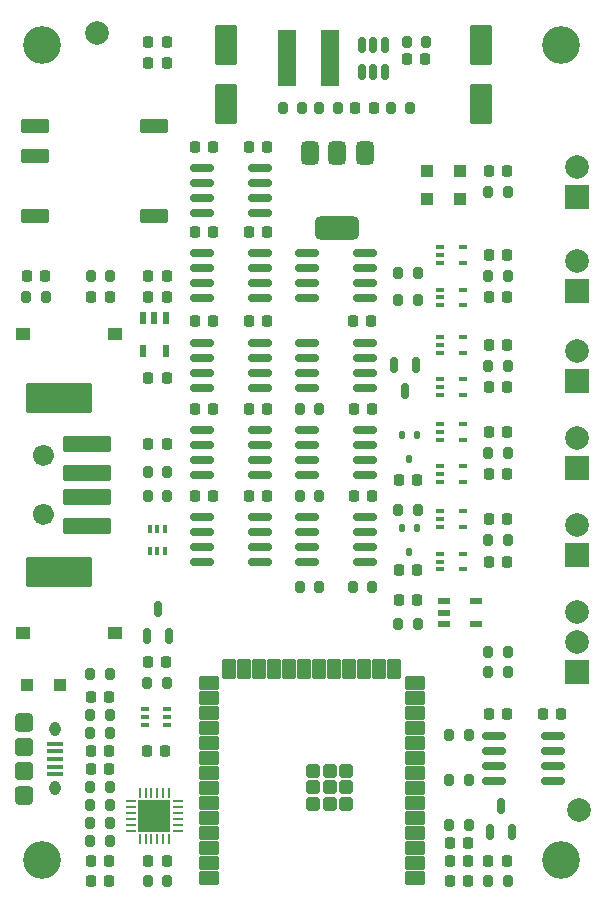
<source format=gts>
G04 #@! TF.GenerationSoftware,KiCad,Pcbnew,8.0.8*
G04 #@! TF.CreationDate,2025-01-21T11:13:05-05:00*
G04 #@! TF.ProjectId,_HW_ESP32-IsoLink,5f48575f-4553-4503-9332-2d49736f4c69,rev?*
G04 #@! TF.SameCoordinates,Original*
G04 #@! TF.FileFunction,Soldermask,Top*
G04 #@! TF.FilePolarity,Negative*
%FSLAX46Y46*%
G04 Gerber Fmt 4.6, Leading zero omitted, Abs format (unit mm)*
G04 Created by KiCad (PCBNEW 8.0.8) date 2025-01-21 11:13:05*
%MOMM*%
%LPD*%
G01*
G04 APERTURE LIST*
G04 Aperture macros list*
%AMRoundRect*
0 Rectangle with rounded corners*
0 $1 Rounding radius*
0 $2 $3 $4 $5 $6 $7 $8 $9 X,Y pos of 4 corners*
0 Add a 4 corners polygon primitive as box body*
4,1,4,$2,$3,$4,$5,$6,$7,$8,$9,$2,$3,0*
0 Add four circle primitives for the rounded corners*
1,1,$1+$1,$2,$3*
1,1,$1+$1,$4,$5*
1,1,$1+$1,$6,$7*
1,1,$1+$1,$8,$9*
0 Add four rect primitives between the rounded corners*
20,1,$1+$1,$2,$3,$4,$5,0*
20,1,$1+$1,$4,$5,$6,$7,0*
20,1,$1+$1,$6,$7,$8,$9,0*
20,1,$1+$1,$8,$9,$2,$3,0*%
G04 Aperture macros list end*
%ADD10C,0.904000*%
%ADD11RoundRect,0.200000X-0.200000X-0.275000X0.200000X-0.275000X0.200000X0.275000X-0.200000X0.275000X0*%
%ADD12RoundRect,0.150000X-0.825000X-0.150000X0.825000X-0.150000X0.825000X0.150000X-0.825000X0.150000X0*%
%ADD13RoundRect,0.218750X-0.218750X-0.256250X0.218750X-0.256250X0.218750X0.256250X-0.218750X0.256250X0*%
%ADD14RoundRect,0.225000X0.225000X0.250000X-0.225000X0.250000X-0.225000X-0.250000X0.225000X-0.250000X0*%
%ADD15RoundRect,0.150000X0.150000X-0.512500X0.150000X0.512500X-0.150000X0.512500X-0.150000X-0.512500X0*%
%ADD16RoundRect,0.225000X-0.225000X-0.250000X0.225000X-0.250000X0.225000X0.250000X-0.225000X0.250000X0*%
%ADD17RoundRect,0.250000X-0.300000X-0.300000X0.300000X-0.300000X0.300000X0.300000X-0.300000X0.300000X0*%
%ADD18RoundRect,0.100000X-0.225000X-0.100000X0.225000X-0.100000X0.225000X0.100000X-0.225000X0.100000X0*%
%ADD19RoundRect,0.100000X0.225000X0.100000X-0.225000X0.100000X-0.225000X-0.100000X0.225000X-0.100000X0*%
%ADD20RoundRect,0.102000X0.800000X-1.600000X0.800000X1.600000X-0.800000X1.600000X-0.800000X-1.600000X0*%
%ADD21R,2.000000X2.000000*%
%ADD22C,2.000000*%
%ADD23RoundRect,0.200000X0.200000X0.275000X-0.200000X0.275000X-0.200000X-0.275000X0.200000X-0.275000X0*%
%ADD24R,1.250000X1.000000*%
%ADD25RoundRect,0.102000X-1.050000X-0.500000X1.050000X-0.500000X1.050000X0.500000X-1.050000X0.500000X0*%
%ADD26RoundRect,0.150000X-0.150000X0.512500X-0.150000X-0.512500X0.150000X-0.512500X0.150000X0.512500X0*%
%ADD27C,3.200000*%
%ADD28RoundRect,0.100000X-0.575000X0.100000X-0.575000X-0.100000X0.575000X-0.100000X0.575000X0.100000X0*%
%ADD29O,1.550000X0.890000*%
%ADD30RoundRect,0.250000X-0.525000X0.475000X-0.525000X-0.475000X0.525000X-0.475000X0.525000X0.475000X0*%
%ADD31O,0.950000X1.250000*%
%ADD32RoundRect,0.250000X-0.525000X0.500000X-0.525000X-0.500000X0.525000X-0.500000X0.525000X0.500000X0*%
%ADD33RoundRect,0.112500X0.112500X0.237500X-0.112500X0.237500X-0.112500X-0.237500X0.112500X-0.237500X0*%
%ADD34C,1.300000*%
%ADD35RoundRect,0.102000X-1.900000X0.550000X-1.900000X-0.550000X1.900000X-0.550000X1.900000X0.550000X0*%
%ADD36RoundRect,0.102000X-2.650000X1.150000X-2.650000X-1.150000X2.650000X-1.150000X2.650000X1.150000X0*%
%ADD37RoundRect,0.102000X0.750000X0.450000X-0.750000X0.450000X-0.750000X-0.450000X0.750000X-0.450000X0*%
%ADD38RoundRect,0.102000X0.450000X0.750000X-0.450000X0.750000X-0.450000X-0.750000X0.450000X-0.750000X0*%
%ADD39RoundRect,0.102000X0.450000X0.450000X-0.450000X0.450000X-0.450000X-0.450000X0.450000X-0.450000X0*%
%ADD40RoundRect,0.062500X-0.062500X0.337500X-0.062500X-0.337500X0.062500X-0.337500X0.062500X0.337500X0*%
%ADD41RoundRect,0.062500X-0.337500X0.062500X-0.337500X-0.062500X0.337500X-0.062500X0.337500X0.062500X0*%
%ADD42R,2.750000X2.750000*%
%ADD43RoundRect,0.375000X-0.375000X0.625000X-0.375000X-0.625000X0.375000X-0.625000X0.375000X0.625000X0*%
%ADD44RoundRect,0.500000X-1.400000X0.500000X-1.400000X-0.500000X1.400000X-0.500000X1.400000X0.500000X0*%
%ADD45R,1.000000X0.599999*%
%ADD46RoundRect,0.100000X0.100000X-0.225000X0.100000X0.225000X-0.100000X0.225000X-0.100000X-0.225000X0*%
%ADD47R,0.599999X1.000000*%
%ADD48RoundRect,0.218750X0.218750X0.256250X-0.218750X0.256250X-0.218750X-0.256250X0.218750X-0.256250X0*%
%ADD49R,1.550000X4.699000*%
G04 APERTURE END LIST*
D10*
X156027000Y-253699000D02*
G75*
G02*
X155123000Y-253699000I-452000J0D01*
G01*
X155123000Y-253699000D02*
G75*
G02*
X156027000Y-253699000I452000J0D01*
G01*
X156027000Y-258699000D02*
G75*
G02*
X155123000Y-258699000I-452000J0D01*
G01*
X155123000Y-258699000D02*
G75*
G02*
X156027000Y-258699000I452000J0D01*
G01*
D11*
X185611000Y-238226600D03*
X187261000Y-238226600D03*
D12*
X168975000Y-236601000D03*
X168975000Y-237871000D03*
X168975000Y-239141000D03*
X168975000Y-240411000D03*
X173925000Y-240411000D03*
X173925000Y-239141000D03*
X173925000Y-237871000D03*
X173925000Y-236601000D03*
D13*
X193268500Y-229616000D03*
X194843500Y-229616000D03*
X159587999Y-289712400D03*
X161162999Y-289712400D03*
D14*
X183528000Y-224282000D03*
X181978000Y-224282000D03*
D15*
X182565000Y-221228500D03*
X183515000Y-221228500D03*
X184465000Y-221228500D03*
X184465000Y-218953500D03*
X183515000Y-218953500D03*
X182565000Y-218953500D03*
D11*
X193228600Y-260858000D03*
X194878600Y-260858000D03*
D16*
X189979000Y-288036000D03*
X191529000Y-288036000D03*
D17*
X188084000Y-232029000D03*
X190884000Y-232029000D03*
D11*
X193231000Y-272034000D03*
X194881000Y-272034000D03*
D18*
X189169000Y-258430000D03*
X189169000Y-259080000D03*
X189169000Y-259730000D03*
X191069000Y-259730000D03*
X191069000Y-258430000D03*
D13*
X159587999Y-288036000D03*
X161162999Y-288036000D03*
D11*
X193231000Y-231394000D03*
X194881000Y-231394000D03*
D13*
X193268500Y-247904000D03*
X194843500Y-247904000D03*
D19*
X166050000Y-276494000D03*
X166050000Y-275844000D03*
X166050000Y-275194000D03*
X164150000Y-275194000D03*
X164150000Y-275844000D03*
X164150000Y-276494000D03*
D20*
X192659000Y-223988000D03*
X192659000Y-218988000D03*
D21*
X200764000Y-254767000D03*
D22*
X200764000Y-252227000D03*
D14*
X166002000Y-238506000D03*
X164452000Y-238506000D03*
D21*
X200764000Y-272034000D03*
D22*
X200764000Y-269494000D03*
X200764000Y-266954000D03*
D12*
X193740000Y-277495000D03*
X193740000Y-278765000D03*
X193740000Y-280035000D03*
X193740000Y-281305000D03*
X198690000Y-281305000D03*
X198690000Y-280035000D03*
X198690000Y-278765000D03*
X198690000Y-277495000D03*
D16*
X193281000Y-275590000D03*
X194831000Y-275590000D03*
X181851000Y-249809000D03*
X183401000Y-249809000D03*
D13*
X193268500Y-236728000D03*
X194843500Y-236728000D03*
D23*
X161200499Y-272237200D03*
X159550499Y-272237200D03*
D16*
X189979000Y-286512000D03*
X191529000Y-286512000D03*
D14*
X169939000Y-249809000D03*
X168389000Y-249809000D03*
D11*
X164402000Y-257175000D03*
X166052000Y-257175000D03*
D16*
X185661000Y-255778000D03*
X187211000Y-255778000D03*
D11*
X164402000Y-255143000D03*
X166052000Y-255143000D03*
D18*
X189169000Y-262036800D03*
X189169000Y-262686800D03*
X189169000Y-263336800D03*
X191069000Y-263336800D03*
X191069000Y-262036800D03*
D23*
X187997600Y-218719400D03*
X186347600Y-218719400D03*
D21*
X200764000Y-262133000D03*
D22*
X200764000Y-259593000D03*
D14*
X187922200Y-220167200D03*
X186372200Y-220167200D03*
D24*
X161609000Y-268732000D03*
X153859000Y-268732000D03*
D25*
X154843000Y-225806000D03*
X154843000Y-228346000D03*
X154843000Y-233426000D03*
X164943000Y-233426000D03*
X164943000Y-225806000D03*
D14*
X183350200Y-242341400D03*
X181800200Y-242341400D03*
D11*
X193231000Y-253492000D03*
X194881000Y-253492000D03*
X175832000Y-224282000D03*
X177482000Y-224282000D03*
D14*
X165986799Y-271170400D03*
X164436799Y-271170400D03*
D26*
X187132000Y-246004500D03*
X185232000Y-246004500D03*
X186182000Y-248279500D03*
D16*
X164325000Y-278765000D03*
X165875000Y-278765000D03*
D27*
X199422200Y-287966600D03*
D21*
X200764000Y-231780000D03*
D22*
X200764000Y-229240000D03*
D28*
X156594000Y-278100000D03*
X156594000Y-278750000D03*
X156594000Y-279400000D03*
X156594000Y-280050000D03*
X156594000Y-280700000D03*
D29*
X153894000Y-275900000D03*
D30*
X153894000Y-276375000D03*
D31*
X156594000Y-276900000D03*
D32*
X153894000Y-278400000D03*
X153894000Y-280400000D03*
D31*
X156594000Y-281900000D03*
D30*
X153894000Y-282425000D03*
D29*
X153894000Y-282900000D03*
D11*
X193231000Y-246126000D03*
X194881000Y-246126000D03*
D15*
X193360000Y-285617500D03*
X195260000Y-285617500D03*
X194310000Y-283342500D03*
D14*
X166002000Y-220472000D03*
X164452000Y-220472000D03*
D33*
X187213000Y-251984000D03*
X185913000Y-251984000D03*
X186563000Y-253984000D03*
D14*
X174511000Y-249809000D03*
X172961000Y-249809000D03*
D23*
X191579000Y-281178000D03*
X189929000Y-281178000D03*
D13*
X193268500Y-262685999D03*
X194843500Y-262685999D03*
D27*
X155422200Y-287966600D03*
D14*
X174511000Y-227573154D03*
X172961000Y-227573154D03*
X194803350Y-288036000D03*
X193253350Y-288036000D03*
D24*
X153859000Y-243459000D03*
X161609000Y-243459000D03*
D16*
X189979000Y-289712400D03*
X191529000Y-289712400D03*
D12*
X177865000Y-236601000D03*
X177865000Y-237871000D03*
X177865000Y-239141000D03*
X177865000Y-240411000D03*
X182815000Y-240411000D03*
X182815000Y-239141000D03*
X182815000Y-237871000D03*
X182815000Y-236601000D03*
D11*
X159550499Y-281813000D03*
X161200499Y-281813000D03*
X159576000Y-238506000D03*
X161226000Y-238506000D03*
D27*
X199422200Y-218966600D03*
D11*
X193231000Y-289712400D03*
X194881000Y-289712400D03*
X154115000Y-240284000D03*
X155765000Y-240284000D03*
D13*
X193268500Y-251714000D03*
X194843500Y-251714000D03*
D23*
X186626000Y-224282000D03*
X184976000Y-224282000D03*
D22*
X200914000Y-283718000D03*
D14*
X166002000Y-247142000D03*
X164452000Y-247142000D03*
D12*
X177865000Y-258953000D03*
X177865000Y-260223000D03*
X177865000Y-261493000D03*
X177865000Y-262763000D03*
X182815000Y-262763000D03*
X182815000Y-261493000D03*
X182815000Y-260223000D03*
X182815000Y-258953000D03*
D23*
X191579000Y-277368000D03*
X189929000Y-277368000D03*
D18*
X189174518Y-239671500D03*
X189174518Y-240321500D03*
X189174518Y-240971500D03*
X191074518Y-240971500D03*
X191074518Y-239671500D03*
D27*
X155422200Y-218966600D03*
D11*
X159550499Y-277241000D03*
X161200499Y-277241000D03*
X185611000Y-240538000D03*
X187261000Y-240538000D03*
D33*
X187213000Y-259858000D03*
X185913000Y-259858000D03*
X186563000Y-261858000D03*
D21*
X200764000Y-239781000D03*
D22*
X200764000Y-237241000D03*
D34*
X155575000Y-253699000D03*
X155575000Y-258699000D03*
D35*
X159275000Y-252699000D03*
X159275000Y-255199000D03*
X159275000Y-257199000D03*
X159275000Y-259699000D03*
D36*
X156875000Y-248799000D03*
X156875000Y-263599000D03*
D17*
X188084000Y-229616000D03*
X190884000Y-229616000D03*
D23*
X187261000Y-267970000D03*
X185611000Y-267970000D03*
D12*
X168975000Y-258953000D03*
X168975000Y-260223000D03*
X168975000Y-261493000D03*
X168975000Y-262763000D03*
X173925000Y-262763000D03*
X173925000Y-261493000D03*
X173925000Y-260223000D03*
X173925000Y-258953000D03*
D37*
X187059600Y-289507600D03*
X187059600Y-288237600D03*
X187059600Y-286967600D03*
X187059600Y-285697600D03*
X187059600Y-284427600D03*
X187059600Y-283157600D03*
X187059600Y-281887600D03*
X187059600Y-280617600D03*
X187059600Y-279347600D03*
X187059600Y-278077600D03*
X187059600Y-276807600D03*
X187059600Y-275537600D03*
X187059600Y-274267600D03*
X187059600Y-272997600D03*
D38*
X185294600Y-271747600D03*
X184024600Y-271747600D03*
X182754600Y-271747600D03*
X181484600Y-271747600D03*
X180214600Y-271747600D03*
X178944600Y-271747600D03*
X177674600Y-271747600D03*
X176404600Y-271747600D03*
X175134600Y-271747600D03*
X173864600Y-271747600D03*
X172594600Y-271747600D03*
X171324600Y-271747600D03*
D37*
X169559600Y-272997600D03*
X169559600Y-274267600D03*
X169559600Y-275537600D03*
X169559600Y-276807600D03*
X169559600Y-278077600D03*
X169559600Y-279347600D03*
X169559600Y-280617600D03*
X169559600Y-281887600D03*
X169559600Y-283157600D03*
X169559600Y-284427600D03*
X169559600Y-285697600D03*
X169559600Y-286967600D03*
X169559600Y-288237600D03*
X169559600Y-289507600D03*
D39*
X181209600Y-283187600D03*
X181209600Y-281787600D03*
X181209600Y-280387600D03*
X179809600Y-283187600D03*
X179809600Y-281787600D03*
X179809600Y-280387600D03*
X178409600Y-283187600D03*
X178409600Y-281787600D03*
X178409600Y-280387600D03*
D11*
X178880000Y-224282000D03*
X180530000Y-224282000D03*
D18*
X189169000Y-247254000D03*
X189169000Y-247904000D03*
X189169000Y-248554000D03*
X191069000Y-248554000D03*
X191069000Y-247254000D03*
D11*
X193231000Y-270357600D03*
X194881000Y-270357600D03*
D13*
X164439500Y-288036000D03*
X166014500Y-288036000D03*
D11*
X177279800Y-257175000D03*
X178929800Y-257175000D03*
D40*
X166223000Y-282251000D03*
X165723000Y-282251000D03*
X165223000Y-282251000D03*
X164723000Y-282251000D03*
X164223000Y-282251000D03*
X163723000Y-282251000D03*
D41*
X162998000Y-282976000D03*
X162998000Y-283476000D03*
X162998000Y-283976000D03*
X162998000Y-284476000D03*
X162998000Y-284976000D03*
X162998000Y-285476000D03*
D40*
X163723000Y-286201000D03*
X164223000Y-286201000D03*
X164723000Y-286201000D03*
X165223000Y-286201000D03*
X165723000Y-286201000D03*
X166223000Y-286201000D03*
D41*
X166948000Y-285476000D03*
X166948000Y-284976000D03*
X166948000Y-284476000D03*
X166948000Y-283976000D03*
X166948000Y-283476000D03*
X166948000Y-282976000D03*
D42*
X164973000Y-284226000D03*
D14*
X174511000Y-257175176D03*
X172961000Y-257175176D03*
D16*
X168389000Y-227561650D03*
X169939000Y-227561650D03*
D43*
X182767000Y-228117000D03*
X180467000Y-228117000D03*
D44*
X180467000Y-234417000D03*
D43*
X178167000Y-228117000D03*
D11*
X185611000Y-258318000D03*
X187261000Y-258318000D03*
D14*
X161150499Y-278765000D03*
X159600499Y-278765000D03*
D13*
X159587999Y-274193000D03*
X161162999Y-274193000D03*
D23*
X161200499Y-283337000D03*
X159550499Y-283337000D03*
X178929800Y-264871200D03*
X177279800Y-264871200D03*
D18*
X189169000Y-251064000D03*
X189169000Y-251714000D03*
X189169000Y-252364000D03*
X191069000Y-252364000D03*
X191069000Y-251064000D03*
D13*
X193268500Y-244348000D03*
X194843500Y-244348000D03*
D11*
X189929000Y-284988000D03*
X191579000Y-284988000D03*
D13*
X193268500Y-259080000D03*
X194843500Y-259080000D03*
D11*
X159550499Y-275717000D03*
X161200499Y-275717000D03*
D18*
X189169000Y-254620000D03*
X189169000Y-255270000D03*
X189169000Y-255920000D03*
X191069000Y-255920000D03*
X191069000Y-254620000D03*
D11*
X159550499Y-286385000D03*
X161200499Y-286385000D03*
D14*
X161150499Y-280289000D03*
X159600499Y-280289000D03*
X161176000Y-240284000D03*
X159626000Y-240284000D03*
D13*
X193268500Y-255270000D03*
X194843500Y-255270000D03*
D11*
X159550499Y-284861000D03*
X161200499Y-284861000D03*
D14*
X199403000Y-275590000D03*
X197853000Y-275590000D03*
D16*
X168389000Y-257175000D03*
X169939000Y-257175000D03*
D14*
X187211000Y-263398000D03*
X185661000Y-263398000D03*
D20*
X171069000Y-223988000D03*
X171069000Y-218988000D03*
D17*
X154175000Y-273177000D03*
X156975000Y-273177000D03*
D11*
X164402000Y-289712400D03*
X166052000Y-289712400D03*
D14*
X169939000Y-234823000D03*
X168389000Y-234823000D03*
D45*
X189480599Y-266054799D03*
X189480599Y-267004800D03*
X189480599Y-267954798D03*
X192230599Y-267954798D03*
X192230599Y-266054799D03*
D14*
X166002000Y-218694000D03*
X164452000Y-218694000D03*
D46*
X164577000Y-261808000D03*
X165227000Y-261808000D03*
X165877000Y-261808000D03*
X165877000Y-259908000D03*
X165227000Y-259908000D03*
X164577000Y-259908000D03*
D12*
X177865000Y-244221000D03*
X177865000Y-245491000D03*
X177865000Y-246761000D03*
X177865000Y-248031000D03*
X182815000Y-248031000D03*
X182815000Y-246761000D03*
X182815000Y-245491000D03*
X182815000Y-244221000D03*
X177865000Y-251587000D03*
X177865000Y-252857000D03*
X177865000Y-254127000D03*
X177865000Y-255397000D03*
X182815000Y-255397000D03*
X182815000Y-254127000D03*
X182815000Y-252857000D03*
X182815000Y-251587000D03*
D13*
X154152500Y-238506000D03*
X155727500Y-238506000D03*
D12*
X168975000Y-244221000D03*
X168975000Y-245491000D03*
X168975000Y-246761000D03*
X168975000Y-248031000D03*
X173925000Y-248031000D03*
X173925000Y-246761000D03*
X173925000Y-245491000D03*
X173925000Y-244221000D03*
D22*
X160147000Y-217932000D03*
D14*
X169939000Y-242316000D03*
X168389000Y-242316000D03*
D12*
X168975000Y-251587000D03*
X168975000Y-252857000D03*
X168975000Y-254127000D03*
X168975000Y-255397000D03*
X173925000Y-255397000D03*
X173925000Y-254127000D03*
X173925000Y-252857000D03*
X173925000Y-251587000D03*
D14*
X174511000Y-234823000D03*
X172961000Y-234823000D03*
D15*
X164337999Y-268980500D03*
X166237999Y-268980500D03*
X165287999Y-266705500D03*
D16*
X181851000Y-257175176D03*
X183401000Y-257175176D03*
D14*
X166002000Y-240284000D03*
X164452000Y-240284000D03*
X174511000Y-242317668D03*
X172961000Y-242317668D03*
D47*
X165923001Y-242083999D03*
X164973000Y-242083999D03*
X164023002Y-242083999D03*
X164023002Y-244833999D03*
X165923001Y-244833999D03*
D12*
X168975000Y-229362000D03*
X168975000Y-230632000D03*
X168975000Y-231902000D03*
X168975000Y-233172000D03*
X173925000Y-233172000D03*
X173925000Y-231902000D03*
X173925000Y-230632000D03*
X173925000Y-229362000D03*
D18*
X189169000Y-236078000D03*
X189169000Y-236728000D03*
X189169000Y-237378000D03*
X191069000Y-237378000D03*
X191069000Y-236078000D03*
D11*
X164386799Y-272948400D03*
X166036799Y-272948400D03*
D48*
X166014500Y-252730000D03*
X164439500Y-252730000D03*
D49*
X179879000Y-220091000D03*
X176229000Y-220091000D03*
D23*
X178918205Y-249802327D03*
X177268205Y-249802327D03*
D13*
X193268500Y-240284000D03*
X194843500Y-240284000D03*
D14*
X187211000Y-265938000D03*
X185661000Y-265938000D03*
D21*
X200764000Y-247401000D03*
D22*
X200764000Y-244861000D03*
D18*
X189169000Y-243698000D03*
X189169000Y-244348000D03*
X189169000Y-244998000D03*
X191069000Y-244998000D03*
X191069000Y-243698000D03*
D23*
X183425600Y-264845800D03*
X181775600Y-264845800D03*
D11*
X193231000Y-238506000D03*
X194881000Y-238506000D03*
M02*

</source>
